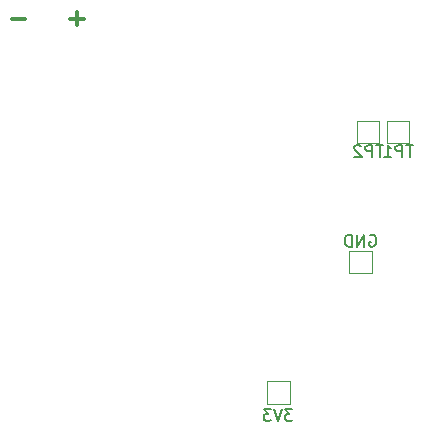
<source format=gbr>
%TF.GenerationSoftware,KiCad,Pcbnew,(5.1.9)-1*%
%TF.CreationDate,2021-03-28T23:04:24-04:00*%
%TF.ProjectId,Smart_Reciever_Max,536d6172-745f-4526-9563-69657665725f,v3*%
%TF.SameCoordinates,Original*%
%TF.FileFunction,Legend,Bot*%
%TF.FilePolarity,Positive*%
%FSLAX46Y46*%
G04 Gerber Fmt 4.6, Leading zero omitted, Abs format (unit mm)*
G04 Created by KiCad (PCBNEW (5.1.9)-1) date 2021-03-28 23:04:24*
%MOMM*%
%LPD*%
G01*
G04 APERTURE LIST*
%ADD10C,0.300000*%
%ADD11C,0.120000*%
%ADD12C,0.150000*%
G04 APERTURE END LIST*
D10*
X130728571Y-60692857D02*
X131871428Y-60692857D01*
X135678571Y-60642857D02*
X136821428Y-60642857D01*
X136250000Y-60071428D02*
X136250000Y-61214285D01*
D11*
%TO.C,TP4*%
X159300000Y-82200000D02*
X161200000Y-82200000D01*
X161200000Y-82200000D02*
X161200000Y-80300000D01*
X161200000Y-80300000D02*
X159300000Y-80300000D01*
X159300000Y-80300000D02*
X159300000Y-82200000D01*
%TO.C,TP3*%
X154250000Y-93250000D02*
X154250000Y-91350000D01*
X154250000Y-91350000D02*
X152350000Y-91350000D01*
X152350000Y-91350000D02*
X152350000Y-93250000D01*
X152350000Y-93250000D02*
X154250000Y-93250000D01*
%TO.C,TP2*%
X159930000Y-71200000D02*
X161830000Y-71200000D01*
X161830000Y-71200000D02*
X161830000Y-69300000D01*
X161830000Y-69300000D02*
X159930000Y-69300000D01*
X159930000Y-69300000D02*
X159930000Y-71200000D01*
%TO.C,TP1*%
X162470000Y-71200000D02*
X164370000Y-71200000D01*
X164370000Y-71200000D02*
X164370000Y-69300000D01*
X164370000Y-69300000D02*
X162470000Y-69300000D01*
X162470000Y-69300000D02*
X162470000Y-71200000D01*
%TO.C,TP4*%
D12*
X161011904Y-79000000D02*
X161107142Y-78952380D01*
X161250000Y-78952380D01*
X161392857Y-79000000D01*
X161488095Y-79095238D01*
X161535714Y-79190476D01*
X161583333Y-79380952D01*
X161583333Y-79523809D01*
X161535714Y-79714285D01*
X161488095Y-79809523D01*
X161392857Y-79904761D01*
X161250000Y-79952380D01*
X161154761Y-79952380D01*
X161011904Y-79904761D01*
X160964285Y-79857142D01*
X160964285Y-79523809D01*
X161154761Y-79523809D01*
X160535714Y-79952380D02*
X160535714Y-78952380D01*
X159964285Y-79952380D01*
X159964285Y-78952380D01*
X159488095Y-79952380D02*
X159488095Y-78952380D01*
X159250000Y-78952380D01*
X159107142Y-79000000D01*
X159011904Y-79095238D01*
X158964285Y-79190476D01*
X158916666Y-79380952D01*
X158916666Y-79523809D01*
X158964285Y-79714285D01*
X159011904Y-79809523D01*
X159107142Y-79904761D01*
X159250000Y-79952380D01*
X159488095Y-79952380D01*
%TO.C,TP3*%
X154488095Y-93702380D02*
X153869047Y-93702380D01*
X154202380Y-94083333D01*
X154059523Y-94083333D01*
X153964285Y-94130952D01*
X153916666Y-94178571D01*
X153869047Y-94273809D01*
X153869047Y-94511904D01*
X153916666Y-94607142D01*
X153964285Y-94654761D01*
X154059523Y-94702380D01*
X154345238Y-94702380D01*
X154440476Y-94654761D01*
X154488095Y-94607142D01*
X153583333Y-93702380D02*
X153250000Y-94702380D01*
X152916666Y-93702380D01*
X152678571Y-93702380D02*
X152059523Y-93702380D01*
X152392857Y-94083333D01*
X152250000Y-94083333D01*
X152154761Y-94130952D01*
X152107142Y-94178571D01*
X152059523Y-94273809D01*
X152059523Y-94511904D01*
X152107142Y-94607142D01*
X152154761Y-94654761D01*
X152250000Y-94702380D01*
X152535714Y-94702380D01*
X152630952Y-94654761D01*
X152678571Y-94607142D01*
%TO.C,TP2*%
X162141904Y-71350380D02*
X161570476Y-71350380D01*
X161856190Y-72350380D02*
X161856190Y-71350380D01*
X161237142Y-72350380D02*
X161237142Y-71350380D01*
X160856190Y-71350380D01*
X160760952Y-71398000D01*
X160713333Y-71445619D01*
X160665714Y-71540857D01*
X160665714Y-71683714D01*
X160713333Y-71778952D01*
X160760952Y-71826571D01*
X160856190Y-71874190D01*
X161237142Y-71874190D01*
X160284761Y-71445619D02*
X160237142Y-71398000D01*
X160141904Y-71350380D01*
X159903809Y-71350380D01*
X159808571Y-71398000D01*
X159760952Y-71445619D01*
X159713333Y-71540857D01*
X159713333Y-71636095D01*
X159760952Y-71778952D01*
X160332380Y-72350380D01*
X159713333Y-72350380D01*
%TO.C,TP1*%
X164681904Y-71350380D02*
X164110476Y-71350380D01*
X164396190Y-72350380D02*
X164396190Y-71350380D01*
X163777142Y-72350380D02*
X163777142Y-71350380D01*
X163396190Y-71350380D01*
X163300952Y-71398000D01*
X163253333Y-71445619D01*
X163205714Y-71540857D01*
X163205714Y-71683714D01*
X163253333Y-71778952D01*
X163300952Y-71826571D01*
X163396190Y-71874190D01*
X163777142Y-71874190D01*
X162253333Y-72350380D02*
X162824761Y-72350380D01*
X162539047Y-72350380D02*
X162539047Y-71350380D01*
X162634285Y-71493238D01*
X162729523Y-71588476D01*
X162824761Y-71636095D01*
%TD*%
M02*

</source>
